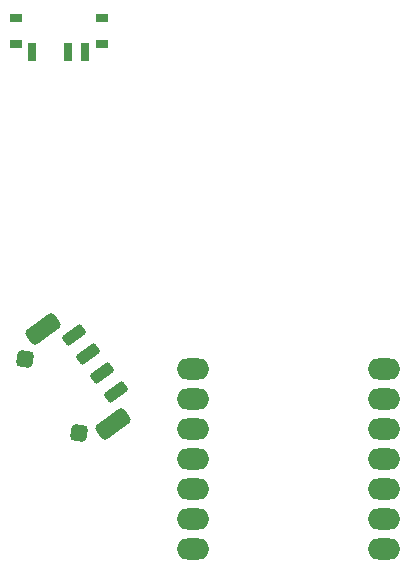
<source format=gbr>
%TF.GenerationSoftware,KiCad,Pcbnew,8.0.2*%
%TF.CreationDate,2024-07-06T21:08:24-05:00*%
%TF.ProjectId,bonsai,626f6e73-6169-42e6-9b69-6361645f7063,v1*%
%TF.SameCoordinates,Original*%
%TF.FileFunction,Paste,Bot*%
%TF.FilePolarity,Positive*%
%FSLAX46Y46*%
G04 Gerber Fmt 4.6, Leading zero omitted, Abs format (unit mm)*
G04 Created by KiCad (PCBNEW 8.0.2) date 2024-07-06 21:08:24*
%MOMM*%
%LPD*%
G01*
G04 APERTURE LIST*
G04 Aperture macros list*
%AMRoundRect*
0 Rectangle with rounded corners*
0 $1 Rounding radius*
0 $2 $3 $4 $5 $6 $7 $8 $9 X,Y pos of 4 corners*
0 Add a 4 corners polygon primitive as box body*
4,1,4,$2,$3,$4,$5,$6,$7,$8,$9,$2,$3,0*
0 Add four circle primitives for the rounded corners*
1,1,$1+$1,$2,$3*
1,1,$1+$1,$4,$5*
1,1,$1+$1,$6,$7*
1,1,$1+$1,$8,$9*
0 Add four rect primitives between the rounded corners*
20,1,$1+$1,$2,$3,$4,$5,0*
20,1,$1+$1,$4,$5,$6,$7,0*
20,1,$1+$1,$6,$7,$8,$9,0*
20,1,$1+$1,$8,$9,$2,$3,0*%
%AMRotRect*
0 Rectangle, with rotation*
0 The origin of the aperture is its center*
0 $1 length*
0 $2 width*
0 $3 Rotation angle, in degrees counterclockwise*
0 Add horizontal line*
21,1,$1,$2,0,0,$3*%
G04 Aperture macros list end*
%ADD10O,2.750000X1.800000*%
%ADD11R,0.700000X1.500000*%
%ADD12RotRect,0.700000X1.500000X0.001000*%
%ADD13R,1.000000X0.800000*%
%ADD14RoundRect,0.250000X-0.752025X-0.243841X-0.455316X-0.646288X0.752025X0.243841X0.455316X0.646288X0*%
%ADD15RoundRect,0.375000X-1.128038X-0.365761X-0.682973X-0.969431X1.128038X0.365761X0.682973X0.969431X0*%
%ADD16RoundRect,0.350000X-0.398402X-0.293727X0.293727X-0.398402X0.398402X0.293727X-0.293727X0.398402X0*%
G04 APERTURE END LIST*
D10*
%TO.C,U?*%
X48661360Y-72809000D03*
X48661360Y-70269000D03*
X48661360Y-67729000D03*
X48661360Y-65189000D03*
X48661360Y-62649000D03*
X48661360Y-60109000D03*
X48661360Y-57569000D03*
X32471440Y-57569000D03*
X32471440Y-60109000D03*
X32471440Y-62649000D03*
X32471440Y-65189000D03*
X32471440Y-67729000D03*
X32471440Y-70269000D03*
X32471440Y-72809000D03*
%TD*%
D11*
%TO.C,REF\u002A\u002A*%
X23350001Y-30755000D03*
D12*
X21850002Y-30755001D03*
D11*
X18850001Y-30755000D03*
D13*
X24750001Y-27895000D03*
X24750000Y-30105001D03*
X17450001Y-30105000D03*
X17450001Y-27895000D03*
%TD*%
D14*
%TO.C,REF\u002A\u002A*%
X24772170Y-57969327D03*
D15*
X25697036Y-62257055D03*
D16*
X22830814Y-63003576D03*
X18202149Y-56725406D03*
D15*
X19762848Y-54208118D03*
D14*
X23585337Y-56359546D03*
X25959009Y-59579119D03*
X22398491Y-54749752D03*
%TD*%
M02*

</source>
